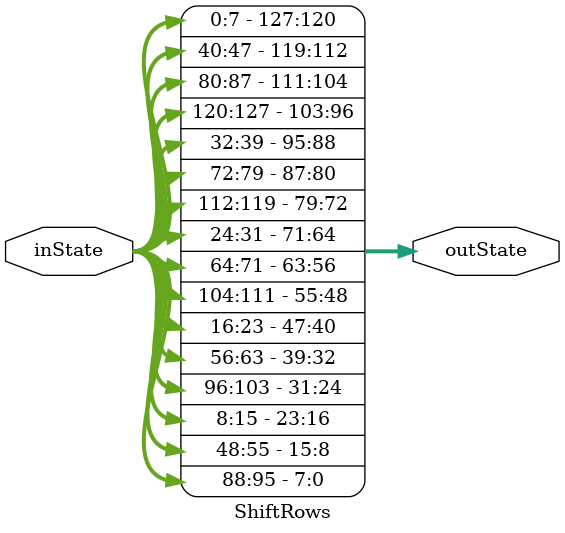
<source format=v>
module ShiftRows(output [0:127] outState, input [0:127] inState );

assign outState[0:31] = {inState[0:7], inState[40:47], inState[80:87], inState[120:127] };		//1st Column
assign outState[32:63] = {inState[32:39], inState[72:79], inState[112:119], inState[24:31]};	//2nd Column
assign outState[64:95] = {inState[64:71], inState[104:111], inState[16:23], inState[56:63]};	//3rd column
assign outState[96:127] = {inState[96:103], inState[8:15], inState[48:55], inState[88:95]};	//4th column

endmodule 
</source>
